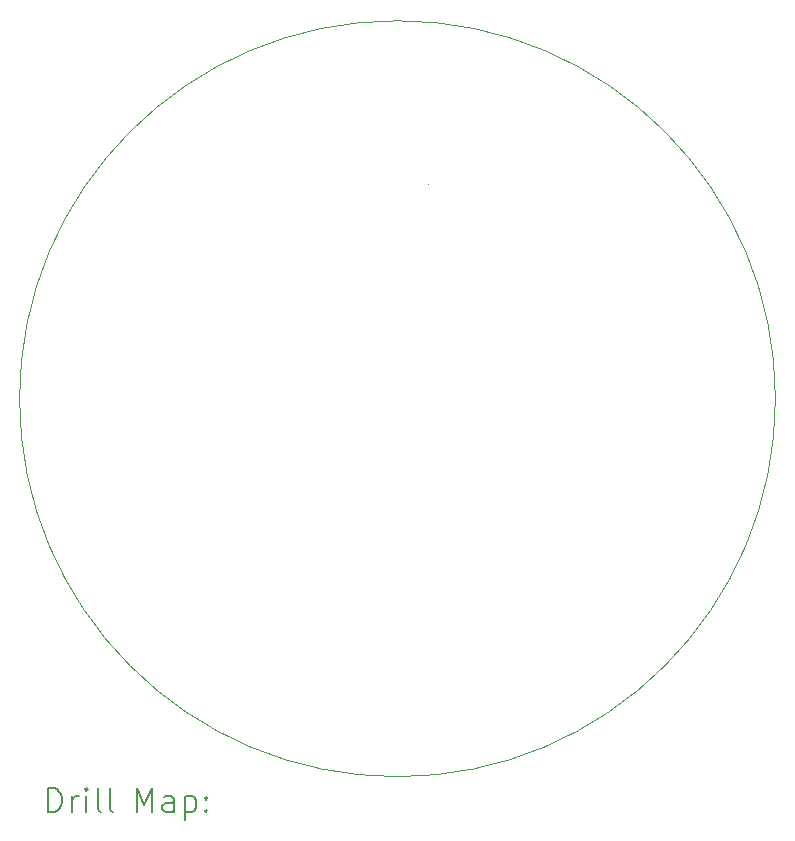
<source format=gbr>
%TF.GenerationSoftware,KiCad,Pcbnew,(6.99.0-2452-gdb4f2d9dd8)*%
%TF.CreationDate,2022-08-01T20:43:09-05:00*%
%TF.ProjectId,HAS,4841532e-6b69-4636-9164-5f7063625858,rev?*%
%TF.SameCoordinates,Original*%
%TF.FileFunction,Drillmap*%
%TF.FilePolarity,Positive*%
%FSLAX45Y45*%
G04 Gerber Fmt 4.5, Leading zero omitted, Abs format (unit mm)*
G04 Created by KiCad (PCBNEW (6.99.0-2452-gdb4f2d9dd8)) date 2022-08-01 20:43:09*
%MOMM*%
%LPD*%
G01*
G04 APERTURE LIST*
%ADD10C,0.100000*%
%ADD11C,0.200000*%
G04 APERTURE END LIST*
D10*
X16260000Y-8180000D02*
G75*
G03*
X16260000Y-8180000I0J0D01*
G01*
X19200000Y-10000000D02*
G75*
G03*
X19200000Y-10000000I-3200000J0D01*
G01*
D11*
X13042619Y-13498476D02*
X13042619Y-13298476D01*
X13042619Y-13298476D02*
X13090238Y-13298476D01*
X13090238Y-13298476D02*
X13118809Y-13308000D01*
X13118809Y-13308000D02*
X13137857Y-13327048D01*
X13137857Y-13327048D02*
X13147381Y-13346095D01*
X13147381Y-13346095D02*
X13156905Y-13384190D01*
X13156905Y-13384190D02*
X13156905Y-13412762D01*
X13156905Y-13412762D02*
X13147381Y-13450857D01*
X13147381Y-13450857D02*
X13137857Y-13469905D01*
X13137857Y-13469905D02*
X13118809Y-13488952D01*
X13118809Y-13488952D02*
X13090238Y-13498476D01*
X13090238Y-13498476D02*
X13042619Y-13498476D01*
X13242619Y-13498476D02*
X13242619Y-13365143D01*
X13242619Y-13403238D02*
X13252143Y-13384190D01*
X13252143Y-13384190D02*
X13261667Y-13374667D01*
X13261667Y-13374667D02*
X13280714Y-13365143D01*
X13280714Y-13365143D02*
X13299762Y-13365143D01*
X13366428Y-13498476D02*
X13366428Y-13365143D01*
X13366428Y-13298476D02*
X13356905Y-13308000D01*
X13356905Y-13308000D02*
X13366428Y-13317524D01*
X13366428Y-13317524D02*
X13375952Y-13308000D01*
X13375952Y-13308000D02*
X13366428Y-13298476D01*
X13366428Y-13298476D02*
X13366428Y-13317524D01*
X13490238Y-13498476D02*
X13471190Y-13488952D01*
X13471190Y-13488952D02*
X13461667Y-13469905D01*
X13461667Y-13469905D02*
X13461667Y-13298476D01*
X13595000Y-13498476D02*
X13575952Y-13488952D01*
X13575952Y-13488952D02*
X13566428Y-13469905D01*
X13566428Y-13469905D02*
X13566428Y-13298476D01*
X13791190Y-13498476D02*
X13791190Y-13298476D01*
X13791190Y-13298476D02*
X13857857Y-13441333D01*
X13857857Y-13441333D02*
X13924524Y-13298476D01*
X13924524Y-13298476D02*
X13924524Y-13498476D01*
X14105476Y-13498476D02*
X14105476Y-13393714D01*
X14105476Y-13393714D02*
X14095952Y-13374667D01*
X14095952Y-13374667D02*
X14076905Y-13365143D01*
X14076905Y-13365143D02*
X14038809Y-13365143D01*
X14038809Y-13365143D02*
X14019762Y-13374667D01*
X14105476Y-13488952D02*
X14086428Y-13498476D01*
X14086428Y-13498476D02*
X14038809Y-13498476D01*
X14038809Y-13498476D02*
X14019762Y-13488952D01*
X14019762Y-13488952D02*
X14010238Y-13469905D01*
X14010238Y-13469905D02*
X14010238Y-13450857D01*
X14010238Y-13450857D02*
X14019762Y-13431809D01*
X14019762Y-13431809D02*
X14038809Y-13422286D01*
X14038809Y-13422286D02*
X14086428Y-13422286D01*
X14086428Y-13422286D02*
X14105476Y-13412762D01*
X14200714Y-13365143D02*
X14200714Y-13565143D01*
X14200714Y-13374667D02*
X14219762Y-13365143D01*
X14219762Y-13365143D02*
X14257857Y-13365143D01*
X14257857Y-13365143D02*
X14276905Y-13374667D01*
X14276905Y-13374667D02*
X14286428Y-13384190D01*
X14286428Y-13384190D02*
X14295952Y-13403238D01*
X14295952Y-13403238D02*
X14295952Y-13460381D01*
X14295952Y-13460381D02*
X14286428Y-13479428D01*
X14286428Y-13479428D02*
X14276905Y-13488952D01*
X14276905Y-13488952D02*
X14257857Y-13498476D01*
X14257857Y-13498476D02*
X14219762Y-13498476D01*
X14219762Y-13498476D02*
X14200714Y-13488952D01*
X14381667Y-13479428D02*
X14391190Y-13488952D01*
X14391190Y-13488952D02*
X14381667Y-13498476D01*
X14381667Y-13498476D02*
X14372143Y-13488952D01*
X14372143Y-13488952D02*
X14381667Y-13479428D01*
X14381667Y-13479428D02*
X14381667Y-13498476D01*
X14381667Y-13374667D02*
X14391190Y-13384190D01*
X14391190Y-13384190D02*
X14381667Y-13393714D01*
X14381667Y-13393714D02*
X14372143Y-13384190D01*
X14372143Y-13384190D02*
X14381667Y-13374667D01*
X14381667Y-13374667D02*
X14381667Y-13393714D01*
M02*

</source>
